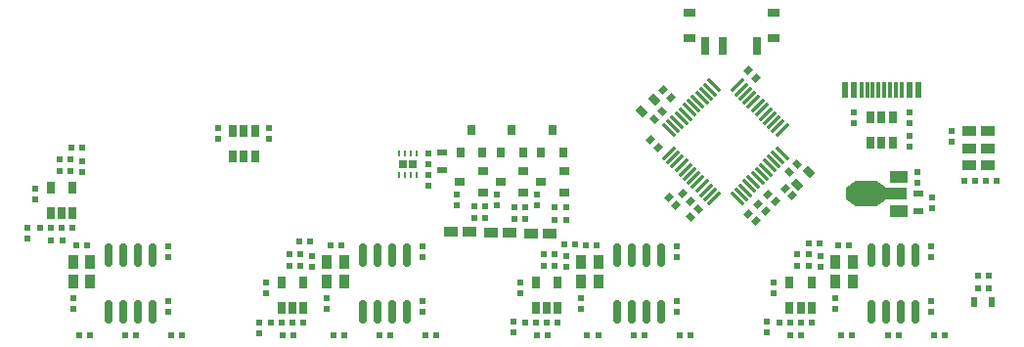
<source format=gbr>
%TF.GenerationSoftware,KiCad,Pcbnew,(7.0.0)*%
%TF.CreationDate,2023-06-01T21:15:46+02:00*%
%TF.ProjectId,temperature-logger,74656d70-6572-4617-9475-72652d6c6f67,rev?*%
%TF.SameCoordinates,Original*%
%TF.FileFunction,Paste,Top*%
%TF.FilePolarity,Positive*%
%FSLAX46Y46*%
G04 Gerber Fmt 4.6, Leading zero omitted, Abs format (unit mm)*
G04 Created by KiCad (PCBNEW (7.0.0)) date 2023-06-01 21:15:46*
%MOMM*%
%LPD*%
G01*
G04 APERTURE LIST*
G04 Aperture macros list*
%AMRoundRect*
0 Rectangle with rounded corners*
0 $1 Rounding radius*
0 $2 $3 $4 $5 $6 $7 $8 $9 X,Y pos of 4 corners*
0 Add a 4 corners polygon primitive as box body*
4,1,4,$2,$3,$4,$5,$6,$7,$8,$9,$2,$3,0*
0 Add four circle primitives for the rounded corners*
1,1,$1+$1,$2,$3*
1,1,$1+$1,$4,$5*
1,1,$1+$1,$6,$7*
1,1,$1+$1,$8,$9*
0 Add four rect primitives between the rounded corners*
20,1,$1+$1,$2,$3,$4,$5,0*
20,1,$1+$1,$4,$5,$6,$7,0*
20,1,$1+$1,$6,$7,$8,$9,0*
20,1,$1+$1,$8,$9,$2,$3,0*%
%AMRotRect*
0 Rectangle, with rotation*
0 The origin of the aperture is its center*
0 $1 length*
0 $2 width*
0 $3 Rotation angle, in degrees counterclockwise*
0 Add horizontal line*
21,1,$1,$2,0,0,$3*%
%AMOutline4P*
0 Free polygon, 4 corners , with rotation*
0 The origin of the aperture is its center*
0 number of corners: always 4*
0 $1 to $8 corner X, Y*
0 $9 Rotation angle, in degrees counterclockwise*
0 create outline with 4 corners*
4,1,4,$1,$2,$3,$4,$5,$6,$7,$8,$1,$2,$9*%
G04 Aperture macros list end*
%ADD10RotRect,0.500000X0.600000X135.000000*%
%ADD11RotRect,0.500000X0.600000X315.000000*%
%ADD12RotRect,0.500000X0.600000X225.000000*%
%ADD13RotRect,0.500000X0.600000X45.000000*%
%ADD14R,0.900000X0.600000*%
%ADD15R,0.600000X0.500000*%
%ADD16RotRect,0.600000X0.900000X45.000000*%
%ADD17RotRect,0.600000X0.900000X225.000000*%
%ADD18R,0.500000X0.600000*%
%ADD19R,0.850000X1.225000*%
%ADD20R,0.600000X1.450000*%
%ADD21R,0.300000X1.450000*%
%ADD22R,0.800000X0.900000*%
%ADD23R,0.900000X0.800000*%
%ADD24R,1.000000X0.800000*%
%ADD25R,0.700000X1.500000*%
%ADD26R,0.650000X1.060000*%
%ADD27R,1.500000X1.000000*%
%ADD28R,1.800000X1.000000*%
%ADD29Outline4P,-1.100000X-0.500000X1.100000X-0.500000X0.400000X0.500000X-0.400000X0.500000X270.000000*%
%ADD30R,1.840000X2.200000*%
%ADD31Outline4P,-1.100000X-0.425000X1.100000X-0.425000X0.500000X0.425000X-0.500000X0.425000X90.000000*%
%ADD32RoundRect,0.075000X-0.415425X-0.521491X0.521491X0.415425X0.415425X0.521491X-0.521491X-0.415425X0*%
%ADD33RoundRect,0.075000X0.415425X-0.521491X0.521491X-0.415425X-0.415425X0.521491X-0.521491X0.415425X0*%
%ADD34RoundRect,0.150000X0.150000X-0.825000X0.150000X0.825000X-0.150000X0.825000X-0.150000X-0.825000X0*%
%ADD35R,1.225000X0.850000*%
%ADD36R,0.600000X0.900000*%
%ADD37R,0.650000X0.750000*%
%ADD38R,0.250000X0.500000*%
G04 APERTURE END LIST*
D10*
%TO.C,C1*%
X124130436Y-56748708D03*
X123465756Y-56084028D03*
%TD*%
D11*
%TO.C,C2*%
X114980475Y-62094436D03*
X115645155Y-62759116D03*
%TD*%
D12*
%TO.C,C3*%
X115998708Y-59619562D03*
X115334028Y-60284242D03*
%TD*%
D11*
%TO.C,C4*%
X117767659Y-66717659D03*
X118432339Y-67382339D03*
%TD*%
D13*
%TO.C,C5*%
X127001290Y-64880436D03*
X127665970Y-64215756D03*
%TD*%
D14*
%TO.C,C6*%
X138199999Y-66749999D03*
X138199999Y-68249999D03*
%TD*%
D15*
%TO.C,C7*%
X139399999Y-67029999D03*
X139399999Y-67969999D03*
%TD*%
D16*
%TO.C,C8*%
X127669669Y-65930329D03*
X128730329Y-64869669D03*
%TD*%
D17*
%TO.C,C9*%
X115330329Y-58569669D03*
X114269669Y-59630329D03*
%TD*%
D15*
%TO.C,C10*%
X138099999Y-65769999D03*
X138099999Y-64829999D03*
%TD*%
%TO.C,C11*%
X137399999Y-62669999D03*
X137399999Y-61729999D03*
%TD*%
D10*
%TO.C,C12*%
X117232339Y-67732339D03*
X116567659Y-67067659D03*
%TD*%
D15*
%TO.C,C13*%
X139249999Y-76029999D03*
X139249999Y-76969999D03*
%TD*%
D18*
%TO.C,C14*%
X136469999Y-78999999D03*
X135529999Y-78999999D03*
%TD*%
D15*
%TO.C,C15*%
X117249999Y-76029999D03*
X117249999Y-76969999D03*
%TD*%
D18*
%TO.C,C16*%
X114469999Y-78999999D03*
X113529999Y-78999999D03*
%TD*%
D15*
%TO.C,C17*%
X95249999Y-76029999D03*
X95249999Y-76969999D03*
%TD*%
D18*
%TO.C,C18*%
X92469999Y-78999999D03*
X91529999Y-78999999D03*
%TD*%
D15*
%TO.C,C19*%
X73249999Y-76029999D03*
X73249999Y-76969999D03*
%TD*%
D18*
%TO.C,C20*%
X70469999Y-78999999D03*
X69529999Y-78999999D03*
%TD*%
D14*
%TO.C,C22*%
X96999999Y-64649999D03*
X96999999Y-63149999D03*
%TD*%
D15*
%TO.C,C23*%
X95799999Y-65129999D03*
X95799999Y-66069999D03*
%TD*%
D19*
%TO.C,D1*%
X130999999Y-72687499D03*
X130999999Y-74312499D03*
%TD*%
%TO.C,D2*%
X132499999Y-74312499D03*
X132499999Y-72687499D03*
%TD*%
%TO.C,D3*%
X108999999Y-72687499D03*
X108999999Y-74312499D03*
%TD*%
%TO.C,D4*%
X110499999Y-74312499D03*
X110499999Y-72687499D03*
%TD*%
%TO.C,D5*%
X86999999Y-72687499D03*
X86999999Y-74312499D03*
%TD*%
%TO.C,D6*%
X88499998Y-74312499D03*
X88499998Y-72687499D03*
%TD*%
%TO.C,D7*%
X64999999Y-72687499D03*
X64999999Y-74312499D03*
%TD*%
%TO.C,D8*%
X66499999Y-74312499D03*
X66499999Y-72687499D03*
%TD*%
D18*
%TO.C,FB1*%
X140444999Y-78999999D03*
X139504999Y-78999999D03*
%TD*%
%TO.C,FB2*%
X131529999Y-78999999D03*
X132469999Y-78999999D03*
%TD*%
%TO.C,FB3*%
X118469999Y-78999999D03*
X117529999Y-78999999D03*
%TD*%
%TO.C,FB4*%
X109529999Y-78999999D03*
X110469999Y-78999999D03*
%TD*%
%TO.C,FB5*%
X96469999Y-78999999D03*
X95529999Y-78999999D03*
%TD*%
%TO.C,FB6*%
X87529999Y-78999999D03*
X88469999Y-78999999D03*
%TD*%
%TO.C,FB7*%
X74469999Y-78999999D03*
X73529999Y-78999999D03*
%TD*%
%TO.C,FB8*%
X65529999Y-78999999D03*
X66469999Y-78999999D03*
%TD*%
D20*
%TO.C,J1*%
X138199999Y-57749999D03*
X137399999Y-57749999D03*
D21*
X136249999Y-57749999D03*
X135249999Y-57749999D03*
X134749999Y-57749999D03*
X133749999Y-57749999D03*
D20*
X137399999Y-57749999D03*
X138199999Y-57749999D03*
X131799999Y-57749999D03*
X132599999Y-57749999D03*
D21*
X133249999Y-57749999D03*
X134249999Y-57749999D03*
X135749999Y-57749999D03*
X136749999Y-57749999D03*
D20*
X132599999Y-57749999D03*
X131799999Y-57749999D03*
%TD*%
D22*
%TO.C,Q1*%
X105549999Y-63199999D03*
X107449999Y-63199999D03*
X106499999Y-61199999D03*
%TD*%
D23*
%TO.C,Q2*%
X107499999Y-66649999D03*
X107499999Y-64749999D03*
X105499999Y-65699999D03*
%TD*%
D22*
%TO.C,Q3*%
X102049999Y-63199999D03*
X103949999Y-63199999D03*
X102999999Y-61199999D03*
%TD*%
D23*
%TO.C,Q4*%
X103999999Y-66649999D03*
X103999999Y-64749999D03*
X101999999Y-65699999D03*
%TD*%
D22*
%TO.C,Q5*%
X98549999Y-63199999D03*
X100449999Y-63199999D03*
X99499999Y-61199999D03*
%TD*%
D23*
%TO.C,Q6*%
X100499999Y-66649999D03*
X100499999Y-64749999D03*
X98499999Y-65699999D03*
%TD*%
D15*
%TO.C,R1*%
X137399999Y-60669999D03*
X137399999Y-59729999D03*
%TD*%
%TO.C,R2*%
X132599999Y-59729999D03*
X132599999Y-60669999D03*
%TD*%
D11*
%TO.C,R3*%
X116067659Y-57767659D03*
X116732339Y-58432339D03*
%TD*%
D15*
%TO.C,R4*%
X130999999Y-76719999D03*
X130999999Y-75779999D03*
%TD*%
D18*
%TO.C,R5*%
X132219999Y-71249999D03*
X131279999Y-71249999D03*
%TD*%
D15*
%TO.C,R6*%
X139249999Y-72219999D03*
X139249999Y-71279999D03*
%TD*%
%TO.C,R7*%
X108999999Y-76719999D03*
X108999999Y-75779999D03*
%TD*%
D18*
%TO.C,R8*%
X110369999Y-71249999D03*
X109429999Y-71249999D03*
%TD*%
D15*
%TO.C,R9*%
X117249999Y-72219999D03*
X117249999Y-71279999D03*
%TD*%
%TO.C,R10*%
X86999999Y-76719999D03*
X86999999Y-75779999D03*
%TD*%
D18*
%TO.C,R11*%
X88219999Y-71249999D03*
X87279999Y-71249999D03*
%TD*%
D15*
%TO.C,R12*%
X95249999Y-72219999D03*
X95249999Y-71279999D03*
%TD*%
%TO.C,R13*%
X64999999Y-76719999D03*
X64999999Y-75779999D03*
%TD*%
D18*
%TO.C,R14*%
X66219999Y-71249999D03*
X65279999Y-71249999D03*
%TD*%
D15*
%TO.C,R15*%
X73249999Y-72219999D03*
X73249999Y-71279999D03*
%TD*%
%TO.C,R16*%
X81999999Y-61969999D03*
X81999999Y-61029999D03*
%TD*%
%TO.C,R17*%
X77599999Y-61029999D03*
X77599999Y-61969999D03*
%TD*%
%TO.C,R18*%
X105199999Y-66829999D03*
X105199999Y-67769999D03*
%TD*%
D18*
%TO.C,R19*%
X106729999Y-67899999D03*
X107669999Y-67899999D03*
%TD*%
D15*
%TO.C,R20*%
X101699999Y-66829999D03*
X101699999Y-67769999D03*
%TD*%
D18*
%TO.C,R21*%
X103229999Y-67899999D03*
X104169999Y-67899999D03*
%TD*%
D15*
%TO.C,R22*%
X98199999Y-66829999D03*
X98199999Y-67769999D03*
%TD*%
D24*
%TO.C,SW1*%
X125649999Y-53279999D03*
X125649999Y-51069999D03*
X118349999Y-53279999D03*
X118349999Y-51069999D03*
D25*
X124249999Y-53929999D03*
X121249999Y-53929999D03*
X119749999Y-53929999D03*
%TD*%
D26*
%TO.C,U1*%
X134049999Y-62349999D03*
X134999999Y-62349999D03*
X135949999Y-62349999D03*
X135949999Y-60149999D03*
X134999999Y-60149999D03*
X134049999Y-60149999D03*
%TD*%
D27*
%TO.C,U2*%
X136479999Y-68249999D03*
D28*
X136333499Y-66749999D03*
D29*
X135076200Y-66750000D03*
D30*
X133666499Y-66749999D03*
D31*
X132333000Y-66750000D03*
D27*
X136479999Y-65249999D03*
%TD*%
D32*
%TO.C,U3*%
X116612124Y-63248788D03*
X116965678Y-63602342D03*
X117319231Y-63955895D03*
X117672785Y-64309449D03*
X118026338Y-64663002D03*
X118379891Y-65016555D03*
X118733445Y-65370109D03*
X119086998Y-65723662D03*
X119440551Y-66077215D03*
X119794105Y-66430769D03*
X120147658Y-66784322D03*
X120501212Y-67137876D03*
D33*
X122498788Y-67137876D03*
X122852342Y-66784322D03*
X123205895Y-66430769D03*
X123559449Y-66077215D03*
X123913002Y-65723662D03*
X124266555Y-65370109D03*
X124620109Y-65016555D03*
X124973662Y-64663002D03*
X125327215Y-64309449D03*
X125680769Y-63955895D03*
X126034322Y-63602342D03*
X126387876Y-63248788D03*
D32*
X126387876Y-61251212D03*
X126034322Y-60897658D03*
X125680769Y-60544105D03*
X125327215Y-60190551D03*
X124973662Y-59836998D03*
X124620109Y-59483445D03*
X124266555Y-59129891D03*
X123913002Y-58776338D03*
X123559449Y-58422785D03*
X123205895Y-58069231D03*
X122852342Y-57715678D03*
X122498788Y-57362124D03*
D33*
X120501212Y-57362124D03*
X120147658Y-57715678D03*
X119794105Y-58069231D03*
X119440551Y-58422785D03*
X119086998Y-58776338D03*
X118733445Y-59129891D03*
X118379891Y-59483445D03*
X118026338Y-59836998D03*
X117672785Y-60190551D03*
X117319231Y-60544105D03*
X116965678Y-60897658D03*
X116612124Y-61251212D03*
%TD*%
D34*
%TO.C,U4*%
X134095000Y-76975000D03*
X135365000Y-76975000D03*
X136635000Y-76975000D03*
X137905000Y-76975000D03*
X137905000Y-72025000D03*
X136635000Y-72025000D03*
X135365000Y-72025000D03*
X134095000Y-72025000D03*
%TD*%
%TO.C,U5*%
X112095000Y-76975000D03*
X113365000Y-76975000D03*
X114635000Y-76975000D03*
X115905000Y-76975000D03*
X115905000Y-72025000D03*
X114635000Y-72025000D03*
X113365000Y-72025000D03*
X112095000Y-72025000D03*
%TD*%
%TO.C,U6*%
X90095000Y-76975000D03*
X91365000Y-76975000D03*
X92635000Y-76975000D03*
X93905000Y-76975000D03*
X93905000Y-72025000D03*
X92635000Y-72025000D03*
X91365000Y-72025000D03*
X90095000Y-72025000D03*
%TD*%
%TO.C,U7*%
X68095000Y-76975000D03*
X69365000Y-76975000D03*
X70635000Y-76975000D03*
X71905000Y-76975000D03*
X71905000Y-72025000D03*
X70635000Y-72025000D03*
X69365000Y-72025000D03*
X68095000Y-72025000D03*
%TD*%
D10*
%TO.C,C24*%
X127307339Y-66932339D03*
X126642659Y-66267659D03*
%TD*%
%TO.C,C25*%
X125832339Y-67432339D03*
X125167659Y-66767659D03*
%TD*%
D18*
%TO.C,C26*%
X127729999Y-71999999D03*
X128669999Y-71999999D03*
%TD*%
D10*
%TO.C,C27*%
X124982339Y-68282339D03*
X124317659Y-67617659D03*
%TD*%
D18*
%TO.C,C28*%
X105729999Y-71999999D03*
X106669999Y-71999999D03*
%TD*%
D10*
%TO.C,C29*%
X124132339Y-69132339D03*
X123467659Y-68467659D03*
%TD*%
D18*
%TO.C,C30*%
X83729999Y-71999999D03*
X84669999Y-71999999D03*
%TD*%
D13*
%TO.C,C31*%
X118467659Y-68732339D03*
X119132339Y-68067659D03*
%TD*%
D18*
%TO.C,C32*%
X63829999Y-63799999D03*
X64769999Y-63799999D03*
%TD*%
D35*
%TO.C,D9*%
X142612499Y-61299999D03*
X144237499Y-61299999D03*
%TD*%
%TO.C,D10*%
X144212499Y-62799999D03*
X142587499Y-62799999D03*
%TD*%
%TO.C,D11*%
X142587499Y-64299999D03*
X144212499Y-64299999D03*
%TD*%
%TO.C,D12*%
X104687499Y-70199999D03*
X106312499Y-70199999D03*
%TD*%
%TO.C,D13*%
X101187499Y-70099999D03*
X102812499Y-70099999D03*
%TD*%
%TO.C,D14*%
X97687499Y-69999999D03*
X99312499Y-69999999D03*
%TD*%
D18*
%TO.C,R24*%
X144029999Y-65599999D03*
X144969999Y-65599999D03*
%TD*%
D15*
%TO.C,R25*%
X141099999Y-62269999D03*
X141099999Y-61329999D03*
%TD*%
D18*
%TO.C,R26*%
X142129999Y-65599999D03*
X143069999Y-65599999D03*
%TD*%
%TO.C,R27*%
X143329999Y-73799999D03*
X144269999Y-73799999D03*
%TD*%
%TO.C,R28*%
X144269999Y-74899999D03*
X143329999Y-74899999D03*
%TD*%
%TO.C,R29*%
X127729999Y-72999999D03*
X128669999Y-72999999D03*
%TD*%
%TO.C,R30*%
X126129999Y-77899999D03*
X127069999Y-77899999D03*
%TD*%
%TO.C,R31*%
X128704999Y-70999999D03*
X129644999Y-70999999D03*
%TD*%
D15*
%TO.C,R32*%
X129699999Y-72129999D03*
X129699999Y-73069999D03*
%TD*%
D18*
%TO.C,R33*%
X128969999Y-77899999D03*
X128029999Y-77899999D03*
%TD*%
%TO.C,R34*%
X127129999Y-78999999D03*
X128069999Y-78999999D03*
%TD*%
D15*
%TO.C,R35*%
X125099999Y-77829999D03*
X125099999Y-78769999D03*
%TD*%
D18*
%TO.C,R36*%
X105729999Y-72999999D03*
X106669999Y-72999999D03*
%TD*%
%TO.C,R37*%
X104129999Y-77899999D03*
X105069999Y-77899999D03*
%TD*%
%TO.C,R38*%
X107529999Y-71099999D03*
X108469999Y-71099999D03*
%TD*%
D15*
%TO.C,R39*%
X107699999Y-72129999D03*
X107699999Y-73069999D03*
%TD*%
D18*
%TO.C,R40*%
X106969999Y-77899999D03*
X106029999Y-77899999D03*
%TD*%
%TO.C,R41*%
X105129999Y-78999999D03*
X106069999Y-78999999D03*
%TD*%
D15*
%TO.C,R42*%
X103099999Y-77829999D03*
X103099999Y-78769999D03*
%TD*%
D18*
%TO.C,R43*%
X83729999Y-72999999D03*
X84669999Y-72999999D03*
%TD*%
%TO.C,R44*%
X82129999Y-77899999D03*
X83069999Y-77899999D03*
%TD*%
%TO.C,R45*%
X84629999Y-70899999D03*
X85569999Y-70899999D03*
%TD*%
D15*
%TO.C,R46*%
X85699999Y-72129999D03*
X85699999Y-73069999D03*
%TD*%
D18*
%TO.C,R47*%
X84969999Y-77899999D03*
X84029999Y-77899999D03*
%TD*%
%TO.C,R48*%
X83129999Y-78999999D03*
X84069999Y-78999999D03*
%TD*%
D15*
%TO.C,R49*%
X81099999Y-77929999D03*
X81099999Y-78869999D03*
%TD*%
D18*
%TO.C,R50*%
X63829999Y-64799999D03*
X64769999Y-64799999D03*
%TD*%
%TO.C,R51*%
X62129999Y-69699999D03*
X63069999Y-69699999D03*
%TD*%
%TO.C,R52*%
X64829999Y-62749999D03*
X65769999Y-62749999D03*
%TD*%
D15*
%TO.C,R53*%
X65799999Y-63929999D03*
X65799999Y-64869999D03*
%TD*%
D18*
%TO.C,R54*%
X64969999Y-69699999D03*
X64029999Y-69699999D03*
%TD*%
%TO.C,R55*%
X63129999Y-70799999D03*
X64069999Y-70799999D03*
%TD*%
D15*
%TO.C,R56*%
X61099999Y-69659999D03*
X61099999Y-70599999D03*
%TD*%
D18*
%TO.C,R57*%
X106729999Y-68999999D03*
X107669999Y-68999999D03*
%TD*%
%TO.C,R58*%
X103229999Y-68899999D03*
X104169999Y-68899999D03*
%TD*%
%TO.C,R59*%
X99729999Y-68799999D03*
X100669999Y-68799999D03*
%TD*%
D36*
%TO.C,TH1*%
X144549999Y-76099999D03*
X143049999Y-76099999D03*
%TD*%
D26*
%TO.C,U9*%
X127049999Y-76599999D03*
X127999999Y-76599999D03*
X128949999Y-76599999D03*
X128949999Y-74399999D03*
X127049999Y-74399999D03*
%TD*%
%TO.C,U10*%
X105049999Y-76599999D03*
X105999999Y-76599999D03*
X106949999Y-76599999D03*
X106949999Y-74399999D03*
X105049999Y-74399999D03*
%TD*%
%TO.C,U11*%
X83049999Y-76599999D03*
X83999999Y-76599999D03*
X84949999Y-76599999D03*
X84949999Y-74399999D03*
X83049999Y-74399999D03*
%TD*%
%TO.C,U13*%
X80749999Y-61299999D03*
X79799999Y-61299999D03*
X78849999Y-61299999D03*
X78849999Y-63499999D03*
X79799999Y-63499999D03*
X80749999Y-63499999D03*
%TD*%
D18*
%TO.C,R23*%
X99729999Y-67799999D03*
X100669999Y-67799999D03*
%TD*%
D15*
%TO.C,C21*%
X95799999Y-64169999D03*
X95799999Y-63229999D03*
%TD*%
D37*
%TO.C,U8*%
X94399999Y-64199999D03*
X93599999Y-64199999D03*
D38*
X94749999Y-63249999D03*
X94249999Y-63249999D03*
X93749999Y-63249999D03*
X93249999Y-63249999D03*
X93249999Y-65149999D03*
X93749999Y-65149999D03*
X94249999Y-65149999D03*
X94749999Y-65149999D03*
%TD*%
D15*
%TO.C,C33*%
X125699999Y-75369999D03*
X125699999Y-74429999D03*
%TD*%
%TO.C,C34*%
X103699999Y-75369999D03*
X103699999Y-74429999D03*
%TD*%
%TO.C,C35*%
X81699999Y-75369999D03*
X81699999Y-74429999D03*
%TD*%
%TO.C,C36*%
X61699999Y-67269999D03*
X61699999Y-66329999D03*
%TD*%
D26*
%TO.C,U12*%
X63049999Y-68399999D03*
X63999999Y-68399999D03*
X64949999Y-68399999D03*
X64949999Y-66199999D03*
X63049999Y-66199999D03*
%TD*%
M02*

</source>
